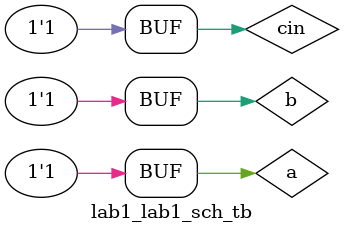
<source format=v>

`timescale 1ns / 1ps

module lab1_lab1_sch_tb();

// Inputs
   reg a;
	reg b;
   reg cin;

// Output
   wire s;
   wire cout;

// Bidirs

// Instantiate the UUT
   lab1 UUT (
		.a(a), 
		.cin(cin), 
		.b(b), 
		.s(s), 
		.cout(cout)
   );
// Initialize Inputs
   initial begin
	a = 0;
	b = 0;
	cin  = 0;
	#10
	a = 0;
	b = 0;
	cin  = 1;
	#10
	a = 0;
	b = 1;
	cin  = 0;
	#10
	a = 0;
	b = 1;
	cin  = 1;
	#10
	a = 1;
	b = 0;
	cin  = 0;
	#10
	a = 1;
	b = 0;
	cin  = 1;
	#10
	a = 1;
	b = 1;
	cin  = 0;
	#10
	a = 1;
	b = 1;
	cin  = 1;
	end
	
endmodule

</source>
